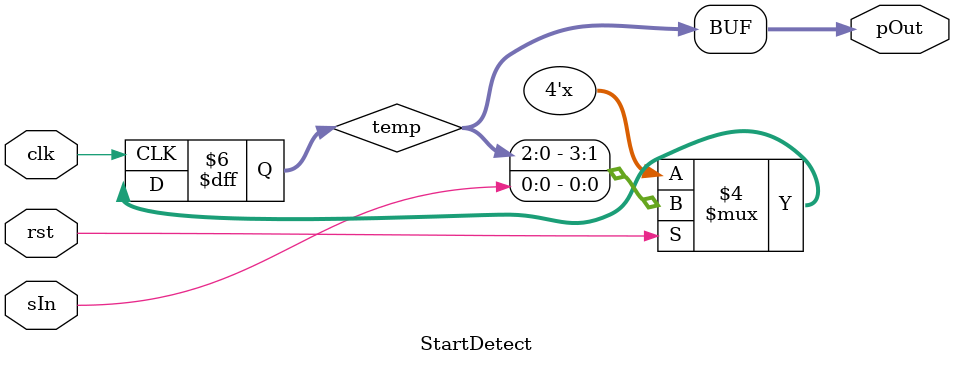
<source format=sv>

module StartDetect(output [3:0] pOut,
                   input sIn,
                   input clk,
                   input rst);
    reg [3:0] temp;

    always @(posedge clk) begin
        if (!rst)
            temp <= 4'bZ;
        else
            temp <= {temp[2:0], sIn};
    end

    assign pOut = temp;

endmodule

</source>
